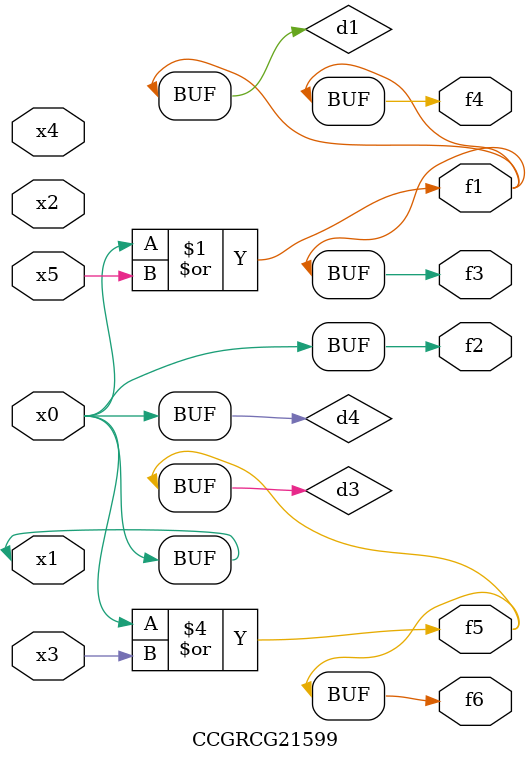
<source format=v>
module CCGRCG21599(
	input x0, x1, x2, x3, x4, x5,
	output f1, f2, f3, f4, f5, f6
);

	wire d1, d2, d3, d4;

	or (d1, x0, x5);
	xnor (d2, x1, x4);
	or (d3, x0, x3);
	buf (d4, x0, x1);
	assign f1 = d1;
	assign f2 = d4;
	assign f3 = d1;
	assign f4 = d1;
	assign f5 = d3;
	assign f6 = d3;
endmodule

</source>
